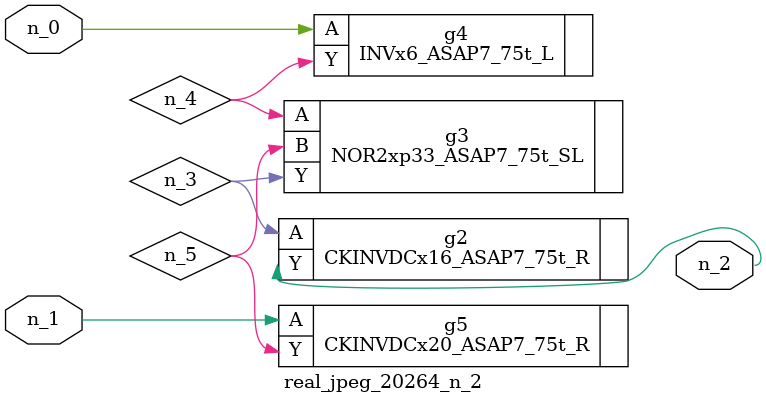
<source format=v>
module real_jpeg_20264_n_2 (n_1, n_0, n_2);

input n_1;
input n_0;

output n_2;

wire n_5;
wire n_4;
wire n_3;

INVx6_ASAP7_75t_L g4 ( 
.A(n_0),
.Y(n_4)
);

CKINVDCx20_ASAP7_75t_R g5 ( 
.A(n_1),
.Y(n_5)
);

CKINVDCx16_ASAP7_75t_R g2 ( 
.A(n_3),
.Y(n_2)
);

NOR2xp33_ASAP7_75t_SL g3 ( 
.A(n_4),
.B(n_5),
.Y(n_3)
);


endmodule
</source>
